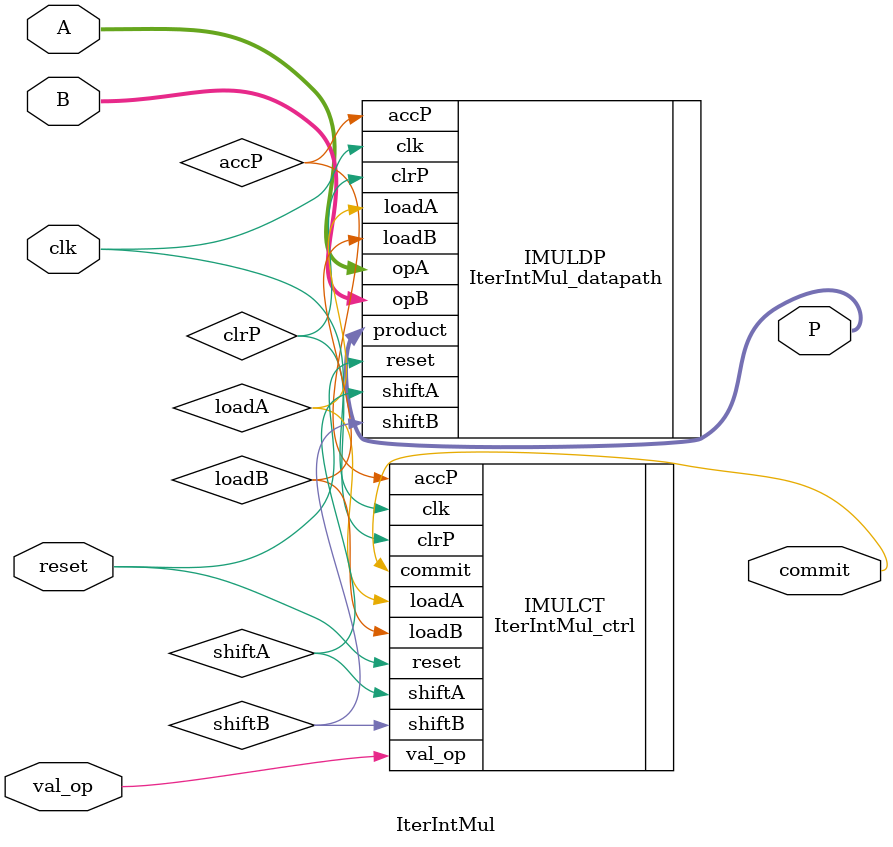
<source format=v>
`include "H:/Documents/CREA/FPGA/Pipeline-IntMul/PipeIntMul_sim/source/modelsim/IterIntMul_datapath.v"
`include "H:/Documents/CREA/FPGA/Pipeline-IntMul/PipeIntMul_sim/source/modelsim/IterIntMul_ctrl.v"
module IterIntMul(
	input [7:0] A,
	input [31:0] B,
	output [39:0] P,
	input clk,
	input reset,
	input val_op,
  output commit
);
	// datapath
	IterIntMul_datapath IMULDP(
	.opB(B),
	.opA(A),
	.product(P),
	.shiftA(shiftA),
	.shiftB(shiftB),
	.accP(accP),
	.clrP(clrP),
	.loadA(loadA),
	.loadB(loadB),
	.clk(clk),
	.reset(reset)	
	);
	

	// control
	IterIntMul_ctrl IMULCT(
	.val_op(val_op),
  .commit(commit),
	.shiftA(shiftA),
	.shiftB(shiftB),
	.accP(accP),
	.clrP(clrP),
	.loadA(loadA),
	.loadB(loadB),
	.clk(clk),
	.reset(reset)
	);

endmodule

</source>
